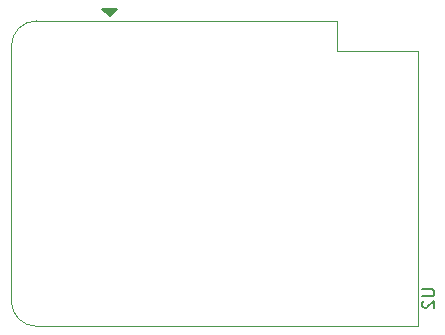
<source format=gbr>
%TF.GenerationSoftware,KiCad,Pcbnew,8.0.7-8.0.7-0~ubuntu22.04.1*%
%TF.CreationDate,2024-12-11T16:36:01+08:00*%
%TF.ProjectId,SmartClock,536d6172-7443-46c6-9f63-6b2e6b696361,rev?*%
%TF.SameCoordinates,Original*%
%TF.FileFunction,Legend,Bot*%
%TF.FilePolarity,Positive*%
%FSLAX46Y46*%
G04 Gerber Fmt 4.6, Leading zero omitted, Abs format (unit mm)*
G04 Created by KiCad (PCBNEW 8.0.7-8.0.7-0~ubuntu22.04.1) date 2024-12-11 16:36:01*
%MOMM*%
%LPD*%
G01*
G04 APERTURE LIST*
%ADD10C,0.150000*%
%ADD11C,0.120000*%
G04 APERTURE END LIST*
D10*
X143564819Y-101793095D02*
X144374342Y-101793095D01*
X144374342Y-101793095D02*
X144469580Y-101840714D01*
X144469580Y-101840714D02*
X144517200Y-101888333D01*
X144517200Y-101888333D02*
X144564819Y-101983571D01*
X144564819Y-101983571D02*
X144564819Y-102174047D01*
X144564819Y-102174047D02*
X144517200Y-102269285D01*
X144517200Y-102269285D02*
X144469580Y-102316904D01*
X144469580Y-102316904D02*
X144374342Y-102364523D01*
X144374342Y-102364523D02*
X143564819Y-102364523D01*
X143660057Y-102793095D02*
X143612438Y-102840714D01*
X143612438Y-102840714D02*
X143564819Y-102935952D01*
X143564819Y-102935952D02*
X143564819Y-103174047D01*
X143564819Y-103174047D02*
X143612438Y-103269285D01*
X143612438Y-103269285D02*
X143660057Y-103316904D01*
X143660057Y-103316904D02*
X143755295Y-103364523D01*
X143755295Y-103364523D02*
X143850533Y-103364523D01*
X143850533Y-103364523D02*
X143993390Y-103316904D01*
X143993390Y-103316904D02*
X144564819Y-102745476D01*
X144564819Y-102745476D02*
X144564819Y-103364523D01*
%TO.C,U2*%
X117110000Y-78650000D02*
X116475000Y-78015000D01*
X117745000Y-78015000D01*
X117110000Y-78650000D01*
G36*
X117110000Y-78650000D02*
G01*
X116475000Y-78015000D01*
X117745000Y-78015000D01*
X117110000Y-78650000D01*
G37*
D11*
X110900000Y-104915000D02*
G75*
G02*
X108770000Y-102785000I0J2130000D01*
G01*
X108770000Y-81185000D02*
G75*
G02*
X110900000Y-79055000I2130002J-2D01*
G01*
X110900000Y-104915000D02*
X143230000Y-104915000D01*
X108770000Y-81185000D02*
X108770000Y-102795000D01*
X143230000Y-104915000D02*
X143230000Y-81595000D01*
X143230000Y-81595000D02*
X136330000Y-81595000D01*
X136330000Y-81595000D02*
X136330000Y-79055000D01*
X110900000Y-79055000D02*
X136330000Y-79055000D01*
%TD*%
M02*

</source>
